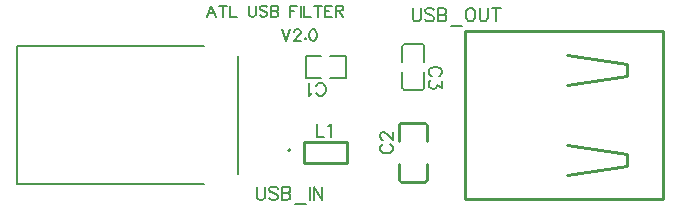
<source format=gto>
G04 Layer: TopSilkscreenLayer*
G04 EasyEDA v6.5.5, 2022-06-29 11:53:04*
G04 45b2c0bde71c4c1c92ce3b501ee4c66e,9bf960991b9d4efa812b5d32ee5e6833,10*
G04 Gerber Generator version 0.2*
G04 Scale: 100 percent, Rotated: No, Reflected: No *
G04 Dimensions in millimeters *
G04 leading zeros omitted , absolute positions ,4 integer and 5 decimal *
%FSLAX45Y45*%
%MOMM*%

%ADD10C,0.2540*%
%ADD21C,0.2032*%
%ADD22C,0.1501*%
%ADD23C,0.1524*%
%ADD24C,0.1270*%
%ADD25C,0.1999*%

%LPD*%
D21*
X823721Y8724137D02*
G01*
X787400Y8628634D01*
X823721Y8724137D02*
G01*
X860044Y8628634D01*
X801115Y8660637D02*
G01*
X846581Y8660637D01*
X922020Y8724137D02*
G01*
X922020Y8628634D01*
X890015Y8724137D02*
G01*
X953770Y8724137D01*
X983742Y8724137D02*
G01*
X983742Y8628634D01*
X983742Y8628634D02*
G01*
X1038352Y8628634D01*
X1138428Y8724137D02*
G01*
X1138428Y8656065D01*
X1142745Y8642350D01*
X1151889Y8633205D01*
X1165605Y8628634D01*
X1174750Y8628634D01*
X1188212Y8633205D01*
X1197355Y8642350D01*
X1201928Y8656065D01*
X1201928Y8724137D01*
X1295654Y8710676D02*
G01*
X1286510Y8719565D01*
X1272794Y8724137D01*
X1254760Y8724137D01*
X1241044Y8719565D01*
X1231900Y8710676D01*
X1231900Y8701531D01*
X1236471Y8692387D01*
X1241044Y8687815D01*
X1250187Y8683244D01*
X1277365Y8674100D01*
X1286510Y8669781D01*
X1291081Y8665210D01*
X1295654Y8656065D01*
X1295654Y8642350D01*
X1286510Y8633205D01*
X1272794Y8628634D01*
X1254760Y8628634D01*
X1241044Y8633205D01*
X1231900Y8642350D01*
X1325626Y8724137D02*
G01*
X1325626Y8628634D01*
X1325626Y8724137D02*
G01*
X1366520Y8724137D01*
X1380236Y8719565D01*
X1384554Y8714994D01*
X1389126Y8706104D01*
X1389126Y8696960D01*
X1384554Y8687815D01*
X1380236Y8683244D01*
X1366520Y8678671D01*
X1325626Y8678671D02*
G01*
X1366520Y8678671D01*
X1380236Y8674100D01*
X1384554Y8669781D01*
X1389126Y8660637D01*
X1389126Y8646921D01*
X1384554Y8637778D01*
X1380236Y8633205D01*
X1366520Y8628634D01*
X1325626Y8628634D01*
X1489202Y8724137D02*
G01*
X1489202Y8628634D01*
X1489202Y8724137D02*
G01*
X1548384Y8724137D01*
X1489202Y8678671D02*
G01*
X1525523Y8678671D01*
X1578355Y8724137D02*
G01*
X1578355Y8628634D01*
X1608328Y8724137D02*
G01*
X1608328Y8628634D01*
X1608328Y8628634D02*
G01*
X1662937Y8628634D01*
X1724660Y8724137D02*
G01*
X1724660Y8628634D01*
X1692910Y8724137D02*
G01*
X1756410Y8724137D01*
X1786381Y8724137D02*
G01*
X1786381Y8628634D01*
X1786381Y8724137D02*
G01*
X1845563Y8724137D01*
X1786381Y8678671D02*
G01*
X1822957Y8678671D01*
X1786381Y8628634D02*
G01*
X1845563Y8628634D01*
X1875536Y8724137D02*
G01*
X1875536Y8628634D01*
X1875536Y8724137D02*
G01*
X1916429Y8724137D01*
X1930145Y8719565D01*
X1934718Y8714994D01*
X1939290Y8706104D01*
X1939290Y8696960D01*
X1934718Y8687815D01*
X1930145Y8683244D01*
X1916429Y8678671D01*
X1875536Y8678671D01*
X1907286Y8678671D02*
G01*
X1939290Y8628634D01*
X1417320Y8522715D02*
G01*
X1453642Y8427212D01*
X1490218Y8522715D02*
G01*
X1453642Y8427212D01*
X1524762Y8499855D02*
G01*
X1524762Y8504428D01*
X1529334Y8513571D01*
X1533652Y8518144D01*
X1542795Y8522715D01*
X1561084Y8522715D01*
X1570228Y8518144D01*
X1574545Y8513571D01*
X1579118Y8504428D01*
X1579118Y8495284D01*
X1574545Y8486139D01*
X1565655Y8472678D01*
X1520189Y8427212D01*
X1583689Y8427212D01*
X1618234Y8449818D02*
G01*
X1613662Y8445245D01*
X1618234Y8440674D01*
X1622805Y8445245D01*
X1618234Y8449818D01*
X1680210Y8522715D02*
G01*
X1666494Y8518144D01*
X1657350Y8504428D01*
X1652778Y8481821D01*
X1652778Y8468105D01*
X1657350Y8445245D01*
X1666494Y8431784D01*
X1680210Y8427212D01*
X1689100Y8427212D01*
X1702815Y8431784D01*
X1711960Y8445245D01*
X1716531Y8468105D01*
X1716531Y8481821D01*
X1711960Y8504428D01*
X1702815Y8518144D01*
X1689100Y8522715D01*
X1680210Y8522715D01*
D23*
X1712724Y7987792D02*
G01*
X1718058Y7977378D01*
X1728472Y7966963D01*
X1738632Y7961884D01*
X1759460Y7961884D01*
X1769874Y7966963D01*
X1780288Y7977378D01*
X1785622Y7987792D01*
X1790702Y8003539D01*
X1790702Y8029447D01*
X1785622Y8044942D01*
X1780288Y8055355D01*
X1769874Y8065770D01*
X1759460Y8070850D01*
X1738632Y8070850D01*
X1728472Y8065770D01*
X1718058Y8055355D01*
X1712724Y8044942D01*
X1678434Y7982712D02*
G01*
X1668020Y7977378D01*
X1652526Y7961884D01*
X1652526Y8070850D01*
X2277021Y7550670D02*
G01*
X2266607Y7545336D01*
X2256193Y7534922D01*
X2251113Y7524762D01*
X2251113Y7503934D01*
X2256193Y7493520D01*
X2266607Y7483106D01*
X2277021Y7477772D01*
X2292769Y7472692D01*
X2318677Y7472692D01*
X2334171Y7477772D01*
X2344585Y7483106D01*
X2354999Y7493520D01*
X2360079Y7503934D01*
X2360079Y7524762D01*
X2354999Y7534922D01*
X2344585Y7545336D01*
X2334171Y7550670D01*
X2277021Y7590040D02*
G01*
X2271941Y7590040D01*
X2261527Y7595374D01*
X2256193Y7600454D01*
X2251113Y7610868D01*
X2251113Y7631696D01*
X2256193Y7642110D01*
X2261527Y7647190D01*
X2271941Y7652524D01*
X2282355Y7652524D01*
X2292769Y7647190D01*
X2308263Y7636776D01*
X2360079Y7584960D01*
X2360079Y7657604D01*
X2747937Y8126221D02*
G01*
X2758351Y8131555D01*
X2768765Y8141970D01*
X2773845Y8152129D01*
X2773845Y8172958D01*
X2768765Y8183371D01*
X2758351Y8193786D01*
X2747937Y8199120D01*
X2732189Y8204200D01*
X2706281Y8204200D01*
X2690787Y8199120D01*
X2680373Y8193786D01*
X2669959Y8183371D01*
X2664879Y8172958D01*
X2664879Y8152129D01*
X2669959Y8141970D01*
X2680373Y8131555D01*
X2690787Y8126221D01*
X2773845Y8081518D02*
G01*
X2773845Y8024368D01*
X2732189Y8055610D01*
X2732189Y8040115D01*
X2727109Y8029702D01*
X2722029Y8024368D01*
X2706281Y8019287D01*
X2695867Y8019287D01*
X2680373Y8024368D01*
X2669959Y8034781D01*
X2664879Y8050529D01*
X2664879Y8066023D01*
X2669959Y8081518D01*
X2675039Y8086852D01*
X2685453Y8091931D01*
X1716659Y7722615D02*
G01*
X1716659Y7613650D01*
X1716659Y7613650D02*
G01*
X1778888Y7613650D01*
X1813179Y7701787D02*
G01*
X1823593Y7707121D01*
X1839340Y7722615D01*
X1839340Y7613650D01*
X1206500Y7189215D02*
G01*
X1206500Y7111237D01*
X1211579Y7095744D01*
X1221994Y7085329D01*
X1237742Y7080250D01*
X1248155Y7080250D01*
X1263650Y7085329D01*
X1274063Y7095744D01*
X1279144Y7111237D01*
X1279144Y7189215D01*
X1386331Y7173721D02*
G01*
X1375918Y7184136D01*
X1360170Y7189215D01*
X1339595Y7189215D01*
X1323847Y7184136D01*
X1313434Y7173721D01*
X1313434Y7163308D01*
X1318768Y7152894D01*
X1323847Y7147560D01*
X1334262Y7142479D01*
X1365504Y7132065D01*
X1375918Y7126986D01*
X1380997Y7121652D01*
X1386331Y7111237D01*
X1386331Y7095744D01*
X1375918Y7085329D01*
X1360170Y7080250D01*
X1339595Y7080250D01*
X1323847Y7085329D01*
X1313434Y7095744D01*
X1420621Y7189215D02*
G01*
X1420621Y7080250D01*
X1420621Y7189215D02*
G01*
X1467357Y7189215D01*
X1482852Y7184136D01*
X1488186Y7178802D01*
X1493265Y7168387D01*
X1493265Y7157973D01*
X1488186Y7147560D01*
X1482852Y7142479D01*
X1467357Y7137400D01*
X1420621Y7137400D02*
G01*
X1467357Y7137400D01*
X1482852Y7132065D01*
X1488186Y7126986D01*
X1493265Y7116571D01*
X1493265Y7100823D01*
X1488186Y7090410D01*
X1482852Y7085329D01*
X1467357Y7080250D01*
X1420621Y7080250D01*
X1527555Y7043673D02*
G01*
X1621028Y7043673D01*
X1655318Y7189215D02*
G01*
X1655318Y7080250D01*
X1689607Y7189215D02*
G01*
X1689607Y7080250D01*
X1689607Y7189215D02*
G01*
X1762505Y7080250D01*
X1762505Y7189215D02*
G01*
X1762505Y7080250D01*
X2527300Y8700515D02*
G01*
X2527300Y8622537D01*
X2532379Y8607044D01*
X2542793Y8596629D01*
X2558541Y8591550D01*
X2568956Y8591550D01*
X2584450Y8596629D01*
X2594863Y8607044D01*
X2599943Y8622537D01*
X2599943Y8700515D01*
X2707131Y8685021D02*
G01*
X2696718Y8695436D01*
X2680970Y8700515D01*
X2660395Y8700515D01*
X2644647Y8695436D01*
X2634234Y8685021D01*
X2634234Y8674608D01*
X2639568Y8664194D01*
X2644647Y8658860D01*
X2655061Y8653779D01*
X2686304Y8643365D01*
X2696718Y8638286D01*
X2701797Y8632952D01*
X2707131Y8622537D01*
X2707131Y8607044D01*
X2696718Y8596629D01*
X2680970Y8591550D01*
X2660395Y8591550D01*
X2644647Y8596629D01*
X2634234Y8607044D01*
X2741422Y8700515D02*
G01*
X2741422Y8591550D01*
X2741422Y8700515D02*
G01*
X2788158Y8700515D01*
X2803652Y8695436D01*
X2808986Y8690102D01*
X2814065Y8679687D01*
X2814065Y8669274D01*
X2808986Y8658860D01*
X2803652Y8653779D01*
X2788158Y8648700D01*
X2741422Y8648700D02*
G01*
X2788158Y8648700D01*
X2803652Y8643365D01*
X2808986Y8638286D01*
X2814065Y8627871D01*
X2814065Y8612124D01*
X2808986Y8601710D01*
X2803652Y8596629D01*
X2788158Y8591550D01*
X2741422Y8591550D01*
X2848356Y8554974D02*
G01*
X2941827Y8554974D01*
X3007359Y8700515D02*
G01*
X2996945Y8695436D01*
X2986531Y8685021D01*
X2981452Y8674608D01*
X2976118Y8658860D01*
X2976118Y8632952D01*
X2981452Y8617458D01*
X2986531Y8607044D01*
X2996945Y8596629D01*
X3007359Y8591550D01*
X3028188Y8591550D01*
X3038602Y8596629D01*
X3049015Y8607044D01*
X3054095Y8617458D01*
X3059429Y8632952D01*
X3059429Y8658860D01*
X3054095Y8674608D01*
X3049015Y8685021D01*
X3038602Y8695436D01*
X3028188Y8700515D01*
X3007359Y8700515D01*
X3093720Y8700515D02*
G01*
X3093720Y8622537D01*
X3098800Y8607044D01*
X3109213Y8596629D01*
X3124708Y8591550D01*
X3135122Y8591550D01*
X3150870Y8596629D01*
X3161029Y8607044D01*
X3166363Y8622537D01*
X3166363Y8700515D01*
X3236975Y8700515D02*
G01*
X3236975Y8591550D01*
X3200654Y8700515D02*
G01*
X3273297Y8700515D01*
D22*
X1830702Y8294199D02*
G01*
X1960702Y8294199D01*
X1960702Y8114200D01*
X1830702Y8114200D01*
X1750702Y8294199D02*
G01*
X1620702Y8294199D01*
X1620702Y8114200D01*
X1750702Y8114200D01*
D10*
X2431529Y7730302D02*
G01*
X2631528Y7730302D01*
X2411529Y7380300D02*
G01*
X2411529Y7260300D01*
X2651528Y7380300D02*
G01*
X2651528Y7260300D01*
X2411529Y7580302D02*
G01*
X2411529Y7700299D01*
X2651528Y7580302D02*
G01*
X2651528Y7700299D01*
X2431529Y7230300D02*
G01*
X2631528Y7230300D01*
X2411529Y7250300D02*
G01*
X2411529Y7260300D01*
X2651528Y7250300D02*
G01*
X2651528Y7260300D01*
X2411529Y7710302D02*
G01*
X2411529Y7700299D01*
X2651528Y7710302D02*
G01*
X2651528Y7700299D01*
D23*
X2621889Y8023080D02*
G01*
X2621889Y8164080D01*
X2441168Y8164080D02*
G01*
X2441168Y8023080D01*
X2456408Y8007840D02*
G01*
X2606649Y8007840D01*
X2621889Y8385319D02*
G01*
X2621889Y8244319D01*
X2441168Y8244319D02*
G01*
X2441168Y8385319D01*
X2456408Y8400559D02*
G01*
X2606649Y8400559D01*
D10*
X1607820Y7566660D02*
G01*
X1973579Y7566660D01*
X1973579Y7566660D02*
G01*
X1973579Y7393939D01*
X1973579Y7393939D02*
G01*
X1607820Y7393939D01*
X1607820Y7393939D02*
G01*
X1607820Y7566660D01*
D24*
X762507Y8384974D02*
G01*
X-822502Y8384974D01*
X-822502Y7214999D01*
X762507Y7214999D01*
X1052499Y8299985D02*
G01*
X1052499Y7299987D01*
D10*
X2971800Y7088784D02*
G01*
X4648200Y7088784D01*
X4648200Y8511184D01*
X2971800Y8511184D01*
X2971800Y7088784D01*
X3835400Y8053984D02*
G01*
X4343400Y8130184D01*
X4343400Y8231784D01*
X3835400Y8307984D01*
X3835400Y7291984D02*
G01*
X4343400Y7368184D01*
X4343400Y7469784D01*
X3835400Y7545984D01*
G75*
G01*
X2431529Y7230300D02*
G02*
X2411529Y7250300I0J20000D01*
G75*
G01*
X2631529Y7230300D02*
G03*
X2651529Y7250300I0J20000D01*
G75*
G01*
X2431529Y7730302D02*
G03*
X2411529Y7710302I0J-20000D01*
G75*
G01*
X2631529Y7730302D02*
G02*
X2651529Y7710302I0J-20000D01*
D23*
G75*
G01*
X2441169Y8023080D02*
G03*
X2456409Y8007840I15240J0D01*
G75*
G01*
X2606650Y8007840D02*
G03*
X2621890Y8023080I0J15240D01*
G75*
G01*
X2441169Y8385320D02*
G02*
X2456409Y8400560I15240J0D01*
G75*
G01*
X2606650Y8400560D02*
G02*
X2621890Y8385320I0J-15240D01*
D25*
G75*
G01*
X1482496Y7489980D02*
G03*
X1482065Y7490005I372J10001D01*
M02*

</source>
